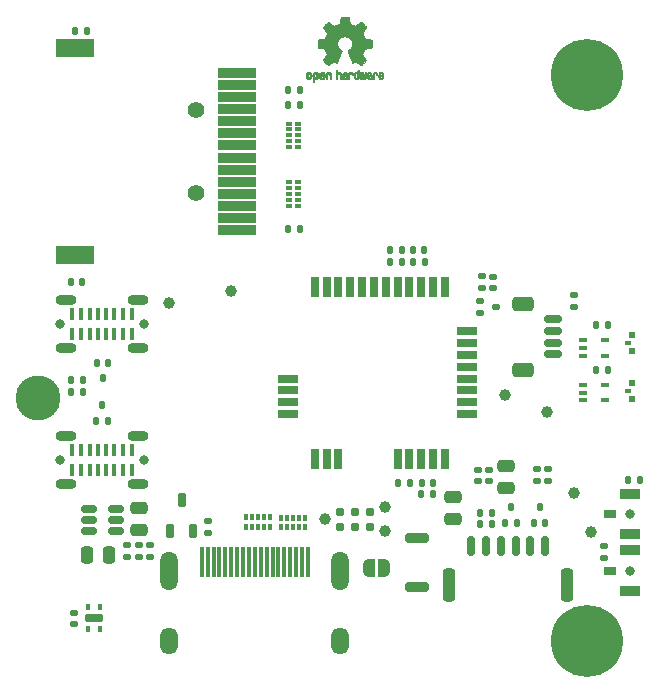
<source format=gbr>
%TF.GenerationSoftware,KiCad,Pcbnew,8.0.7*%
%TF.CreationDate,2024-12-17T15:38:31+01:00*%
%TF.ProjectId,CM5_MINIMA,434d355f-4d49-44e4-994d-412e6b696361,rev?*%
%TF.SameCoordinates,Original*%
%TF.FileFunction,Soldermask,Top*%
%TF.FilePolarity,Negative*%
%FSLAX46Y46*%
G04 Gerber Fmt 4.6, Leading zero omitted, Abs format (unit mm)*
G04 Created by KiCad (PCBNEW 8.0.7) date 2024-12-17 15:38:31*
%MOMM*%
%LPD*%
G01*
G04 APERTURE LIST*
G04 Aperture macros list*
%AMRoundRect*
0 Rectangle with rounded corners*
0 $1 Rounding radius*
0 $2 $3 $4 $5 $6 $7 $8 $9 X,Y pos of 4 corners*
0 Add a 4 corners polygon primitive as box body*
4,1,4,$2,$3,$4,$5,$6,$7,$8,$9,$2,$3,0*
0 Add four circle primitives for the rounded corners*
1,1,$1+$1,$2,$3*
1,1,$1+$1,$4,$5*
1,1,$1+$1,$6,$7*
1,1,$1+$1,$8,$9*
0 Add four rect primitives between the rounded corners*
20,1,$1+$1,$2,$3,$4,$5,0*
20,1,$1+$1,$4,$5,$6,$7,0*
20,1,$1+$1,$6,$7,$8,$9,0*
20,1,$1+$1,$8,$9,$2,$3,0*%
%AMFreePoly0*
4,1,19,0.500000,-0.750000,0.000000,-0.750000,0.000000,-0.744911,-0.071157,-0.744911,-0.207708,-0.704816,-0.327430,-0.627875,-0.420627,-0.520320,-0.479746,-0.390866,-0.500000,-0.250000,-0.500000,0.250000,-0.479746,0.390866,-0.420627,0.520320,-0.327430,0.627875,-0.207708,0.704816,-0.071157,0.744911,0.000000,0.744911,0.000000,0.750000,0.500000,0.750000,0.500000,-0.750000,0.500000,-0.750000,
$1*%
%AMFreePoly1*
4,1,19,0.000000,0.744911,0.071157,0.744911,0.207708,0.704816,0.327430,0.627875,0.420627,0.520320,0.479746,0.390866,0.500000,0.250000,0.500000,-0.250000,0.479746,-0.390866,0.420627,-0.520320,0.327430,-0.627875,0.207708,-0.704816,0.071157,-0.744911,0.000000,-0.744911,0.000000,-0.750000,-0.500000,-0.750000,-0.500000,0.750000,0.000000,0.750000,0.000000,0.744911,0.000000,0.744911,
$1*%
G04 Aperture macros list end*
%ADD10C,0.010000*%
%ADD11RoundRect,0.135000X0.185000X-0.135000X0.185000X0.135000X-0.185000X0.135000X-0.185000X-0.135000X0*%
%ADD12RoundRect,0.140000X-0.170000X0.140000X-0.170000X-0.140000X0.170000X-0.140000X0.170000X0.140000X0*%
%ADD13RoundRect,0.150000X0.150000X0.700000X-0.150000X0.700000X-0.150000X-0.700000X0.150000X-0.700000X0*%
%ADD14RoundRect,0.250000X0.250000X1.150000X-0.250000X1.150000X-0.250000X-1.150000X0.250000X-1.150000X0*%
%ADD15C,1.000000*%
%ADD16R,0.800000X1.800000*%
%ADD17R,1.800000X0.800000*%
%ADD18RoundRect,0.075000X0.075000X0.200000X-0.075000X0.200000X-0.075000X-0.200000X0.075000X-0.200000X0*%
%ADD19C,0.800000*%
%ADD20R,1.700000X0.900000*%
%ADD21R,1.100000X0.800000*%
%ADD22RoundRect,0.250000X-0.475000X0.250000X-0.475000X-0.250000X0.475000X-0.250000X0.475000X0.250000X0*%
%ADD23RoundRect,0.135000X0.135000X0.185000X-0.135000X0.185000X-0.135000X-0.185000X0.135000X-0.185000X0*%
%ADD24RoundRect,0.147500X0.172500X-0.147500X0.172500X0.147500X-0.172500X0.147500X-0.172500X-0.147500X0*%
%ADD25RoundRect,0.147500X0.147500X0.172500X-0.147500X0.172500X-0.147500X-0.172500X0.147500X-0.172500X0*%
%ADD26RoundRect,0.200000X0.800000X-0.200000X0.800000X0.200000X-0.800000X0.200000X-0.800000X-0.200000X0*%
%ADD27RoundRect,0.140000X0.170000X-0.140000X0.170000X0.140000X-0.170000X0.140000X-0.170000X-0.140000X0*%
%ADD28RoundRect,0.150000X0.512500X0.150000X-0.512500X0.150000X-0.512500X-0.150000X0.512500X-0.150000X0*%
%ADD29RoundRect,0.075000X0.200000X-0.075000X0.200000X0.075000X-0.200000X0.075000X-0.200000X-0.075000X0*%
%ADD30RoundRect,0.135000X-0.185000X0.135000X-0.185000X-0.135000X0.185000X-0.135000X0.185000X0.135000X0*%
%ADD31RoundRect,0.125000X0.125000X-0.175000X0.125000X0.175000X-0.125000X0.175000X-0.125000X-0.175000X0*%
%ADD32RoundRect,0.135000X-0.135000X-0.185000X0.135000X-0.185000X0.135000X0.185000X-0.135000X0.185000X0*%
%ADD33RoundRect,0.125000X-0.175000X-0.125000X0.175000X-0.125000X0.175000X0.125000X-0.175000X0.125000X0*%
%ADD34RoundRect,0.250000X0.475000X-0.250000X0.475000X0.250000X-0.475000X0.250000X-0.475000X-0.250000X0*%
%ADD35C,2.600000*%
%ADD36C,3.800000*%
%ADD37C,0.990600*%
%ADD38C,0.787400*%
%ADD39RoundRect,0.150000X0.625000X-0.150000X0.625000X0.150000X-0.625000X0.150000X-0.625000X-0.150000X0*%
%ADD40RoundRect,0.250000X0.650000X-0.350000X0.650000X0.350000X-0.650000X0.350000X-0.650000X-0.350000X0*%
%ADD41RoundRect,0.250000X-0.250000X-0.475000X0.250000X-0.475000X0.250000X0.475000X-0.250000X0.475000X0*%
%ADD42RoundRect,0.100000X-0.225000X-0.100000X0.225000X-0.100000X0.225000X0.100000X-0.225000X0.100000X0*%
%ADD43RoundRect,0.140000X-0.140000X-0.170000X0.140000X-0.170000X0.140000X0.170000X-0.140000X0.170000X0*%
%ADD44FreePoly0,0.000000*%
%ADD45FreePoly1,0.000000*%
%ADD46RoundRect,0.087500X0.087500X-0.187500X0.087500X0.187500X-0.087500X0.187500X-0.087500X-0.187500X0*%
%ADD47RoundRect,0.175000X0.625000X-0.175000X0.625000X0.175000X-0.625000X0.175000X-0.625000X-0.175000X0*%
%ADD48O,1.800000X0.860000*%
%ADD49R,0.400000X1.100000*%
%ADD50C,1.400000*%
%ADD51RoundRect,0.102000X1.500000X-0.355000X1.500000X0.355000X-1.500000X0.355000X-1.500000X-0.355000X0*%
%ADD52RoundRect,0.102000X1.500000X-0.700000X1.500000X0.700000X-1.500000X0.700000X-1.500000X-0.700000X0*%
%ADD53R,0.300000X2.600000*%
%ADD54O,1.500000X3.300000*%
%ADD55O,1.500000X2.300000*%
%ADD56RoundRect,0.125000X-0.125000X0.175000X-0.125000X-0.175000X0.125000X-0.175000X0.125000X0.175000X0*%
%ADD57RoundRect,0.140000X0.140000X0.170000X-0.140000X0.170000X-0.140000X-0.170000X0.140000X-0.170000X0*%
%ADD58R,0.600000X0.600000*%
%ADD59R,0.500000X0.400000*%
%ADD60RoundRect,0.162500X0.162500X-0.447500X0.162500X0.447500X-0.162500X0.447500X-0.162500X-0.447500X0*%
%ADD61C,6.100000*%
G04 APERTURE END LIST*
D10*
%TO.C,REF\u002A\u002A*%
X31053440Y51690748D02*
X31070788Y51683166D01*
X31112196Y51650372D01*
X31147605Y51602953D01*
X31169504Y51552349D01*
X31173069Y51527402D01*
X31161119Y51492573D01*
X31134907Y51474143D01*
X31106804Y51462984D01*
X31093935Y51460928D01*
X31087669Y51475851D01*
X31075296Y51508325D01*
X31069868Y51522998D01*
X31039430Y51573756D01*
X30995360Y51599073D01*
X30938850Y51598294D01*
X30934665Y51597297D01*
X30904495Y51582993D01*
X30882316Y51555107D01*
X30867167Y51510213D01*
X30858090Y51444885D01*
X30854126Y51355696D01*
X30853754Y51308239D01*
X30853570Y51233429D01*
X30852362Y51182431D01*
X30849149Y51150029D01*
X30842949Y51131005D01*
X30832780Y51120144D01*
X30817659Y51112228D01*
X30816786Y51111830D01*
X30787668Y51099519D01*
X30773243Y51094986D01*
X30771026Y51108691D01*
X30769129Y51146575D01*
X30767687Y51203785D01*
X30766838Y51275473D01*
X30766669Y51327935D01*
X30767532Y51429453D01*
X30770910Y51506468D01*
X30777982Y51563477D01*
X30789928Y51604974D01*
X30807930Y51635457D01*
X30833167Y51659420D01*
X30858087Y51676145D01*
X30918011Y51698403D01*
X30987751Y51703424D01*
X31053440Y51690748D01*
G36*
X31053440Y51690748D02*
G01*
X31070788Y51683166D01*
X31112196Y51650372D01*
X31147605Y51602953D01*
X31169504Y51552349D01*
X31173069Y51527402D01*
X31161119Y51492573D01*
X31134907Y51474143D01*
X31106804Y51462984D01*
X31093935Y51460928D01*
X31087669Y51475851D01*
X31075296Y51508325D01*
X31069868Y51522998D01*
X31039430Y51573756D01*
X30995360Y51599073D01*
X30938850Y51598294D01*
X30934665Y51597297D01*
X30904495Y51582993D01*
X30882316Y51555107D01*
X30867167Y51510213D01*
X30858090Y51444885D01*
X30854126Y51355696D01*
X30853754Y51308239D01*
X30853570Y51233429D01*
X30852362Y51182431D01*
X30849149Y51150029D01*
X30842949Y51131005D01*
X30832780Y51120144D01*
X30817659Y51112228D01*
X30816786Y51111830D01*
X30787668Y51099519D01*
X30773243Y51094986D01*
X30771026Y51108691D01*
X30769129Y51146575D01*
X30767687Y51203785D01*
X30766838Y51275473D01*
X30766669Y51327935D01*
X30767532Y51429453D01*
X30770910Y51506468D01*
X30777982Y51563477D01*
X30789928Y51604974D01*
X30807930Y51635457D01*
X30833167Y51659420D01*
X30858087Y51676145D01*
X30918011Y51698403D01*
X30987751Y51703424D01*
X31053440Y51690748D01*
G37*
X27116933Y51721720D02*
X27163512Y51694777D01*
X27195897Y51668034D01*
X27219582Y51640016D01*
X27235899Y51605752D01*
X27246179Y51560273D01*
X27251754Y51498608D01*
X27253956Y51415789D01*
X27254211Y51356254D01*
X27254211Y51137109D01*
X27192526Y51109456D01*
X27130840Y51081803D01*
X27123583Y51321830D01*
X27120584Y51411472D01*
X27117438Y51476538D01*
X27113541Y51521474D01*
X27108287Y51550730D01*
X27101071Y51568752D01*
X27091290Y51579989D01*
X27088152Y51582421D01*
X27040601Y51601417D01*
X26992537Y51593900D01*
X26963926Y51573957D01*
X26952287Y51559825D01*
X26944231Y51541280D01*
X26939111Y51513166D01*
X26936281Y51470327D01*
X26935096Y51407605D01*
X26934897Y51342239D01*
X26934858Y51260232D01*
X26933454Y51202184D01*
X26928754Y51163035D01*
X26918827Y51137720D01*
X26901743Y51121177D01*
X26875572Y51108344D01*
X26840615Y51095009D01*
X26802436Y51080493D01*
X26806981Y51338111D01*
X26808811Y51430981D01*
X26810952Y51499611D01*
X26814021Y51548789D01*
X26818634Y51583302D01*
X26825408Y51607938D01*
X26834959Y51627484D01*
X26846474Y51644730D01*
X26902030Y51699820D01*
X26969820Y51731678D01*
X27043553Y51739309D01*
X27116933Y51721720D01*
G36*
X27116933Y51721720D02*
G01*
X27163512Y51694777D01*
X27195897Y51668034D01*
X27219582Y51640016D01*
X27235899Y51605752D01*
X27246179Y51560273D01*
X27251754Y51498608D01*
X27253956Y51415789D01*
X27254211Y51356254D01*
X27254211Y51137109D01*
X27192526Y51109456D01*
X27130840Y51081803D01*
X27123583Y51321830D01*
X27120584Y51411472D01*
X27117438Y51476538D01*
X27113541Y51521474D01*
X27108287Y51550730D01*
X27101071Y51568752D01*
X27091290Y51579989D01*
X27088152Y51582421D01*
X27040601Y51601417D01*
X26992537Y51593900D01*
X26963926Y51573957D01*
X26952287Y51559825D01*
X26944231Y51541280D01*
X26939111Y51513166D01*
X26936281Y51470327D01*
X26935096Y51407605D01*
X26934897Y51342239D01*
X26934858Y51260232D01*
X26933454Y51202184D01*
X26928754Y51163035D01*
X26918827Y51137720D01*
X26901743Y51121177D01*
X26875572Y51108344D01*
X26840615Y51095009D01*
X26802436Y51080493D01*
X26806981Y51338111D01*
X26808811Y51430981D01*
X26810952Y51499611D01*
X26814021Y51548789D01*
X26818634Y51583302D01*
X26825408Y51607938D01*
X26834959Y51627484D01*
X26846474Y51644730D01*
X26902030Y51699820D01*
X26969820Y51731678D01*
X27043553Y51739309D01*
X27116933Y51721720D01*
G37*
X28930766Y51699745D02*
X28996698Y51675416D01*
X29050113Y51632383D01*
X29071004Y51602091D01*
X29093779Y51546506D01*
X29093306Y51506314D01*
X29069402Y51479283D01*
X29060557Y51474687D01*
X29022370Y51460356D01*
X29002868Y51464028D01*
X28996262Y51488093D01*
X28995926Y51501386D01*
X28983832Y51550290D01*
X28952311Y51584501D01*
X28908499Y51601024D01*
X28859535Y51596866D01*
X28819734Y51575273D01*
X28806290Y51562956D01*
X28796761Y51548013D01*
X28790325Y51525425D01*
X28786157Y51490172D01*
X28783437Y51437234D01*
X28781342Y51361593D01*
X28780800Y51337643D01*
X28778821Y51255710D01*
X28776571Y51198045D01*
X28773197Y51159892D01*
X28767846Y51136496D01*
X28759664Y51123102D01*
X28747799Y51114955D01*
X28740202Y51111356D01*
X28707942Y51099048D01*
X28688951Y51094986D01*
X28682676Y51108552D01*
X28678846Y51149566D01*
X28677440Y51218501D01*
X28678438Y51315831D01*
X28678748Y51330843D01*
X28680941Y51419641D01*
X28683533Y51484481D01*
X28687222Y51530433D01*
X28692704Y51562565D01*
X28700675Y51585947D01*
X28711833Y51605648D01*
X28717670Y51614090D01*
X28751136Y51651443D01*
X28788567Y51680497D01*
X28793149Y51683033D01*
X28860266Y51703057D01*
X28930766Y51699745D01*
G36*
X28930766Y51699745D02*
G01*
X28996698Y51675416D01*
X29050113Y51632383D01*
X29071004Y51602091D01*
X29093779Y51546506D01*
X29093306Y51506314D01*
X29069402Y51479283D01*
X29060557Y51474687D01*
X29022370Y51460356D01*
X29002868Y51464028D01*
X28996262Y51488093D01*
X28995926Y51501386D01*
X28983832Y51550290D01*
X28952311Y51584501D01*
X28908499Y51601024D01*
X28859535Y51596866D01*
X28819734Y51575273D01*
X28806290Y51562956D01*
X28796761Y51548013D01*
X28790325Y51525425D01*
X28786157Y51490172D01*
X28783437Y51437234D01*
X28781342Y51361593D01*
X28780800Y51337643D01*
X28778821Y51255710D01*
X28776571Y51198045D01*
X28773197Y51159892D01*
X28767846Y51136496D01*
X28759664Y51123102D01*
X28747799Y51114955D01*
X28740202Y51111356D01*
X28707942Y51099048D01*
X28688951Y51094986D01*
X28682676Y51108552D01*
X28678846Y51149566D01*
X28677440Y51218501D01*
X28678438Y51315831D01*
X28678748Y51330843D01*
X28680941Y51419641D01*
X28683533Y51484481D01*
X28687222Y51530433D01*
X28692704Y51562565D01*
X28700675Y51585947D01*
X28711833Y51605648D01*
X28717670Y51614090D01*
X28751136Y51651443D01*
X28788567Y51680497D01*
X28793149Y51683033D01*
X28860266Y51703057D01*
X28930766Y51699745D01*
G37*
X27776726Y51798211D02*
X27780979Y51738887D01*
X27785865Y51703928D01*
X27792635Y51688680D01*
X27802542Y51688485D01*
X27805754Y51690305D01*
X27848484Y51703485D01*
X27904067Y51702715D01*
X27960577Y51689167D01*
X27995922Y51671639D01*
X28032161Y51643639D01*
X28058653Y51611951D01*
X28076839Y51571687D01*
X28088162Y51517957D01*
X28094062Y51445874D01*
X28095983Y51350549D01*
X28096017Y51332263D01*
X28096040Y51126854D01*
X28050331Y51110920D01*
X28017867Y51100080D01*
X28000055Y51095032D01*
X27999531Y51094986D01*
X27997777Y51108672D01*
X27996284Y51146424D01*
X27995166Y51203276D01*
X27994537Y51274266D01*
X27994440Y51317427D01*
X27994238Y51402527D01*
X27993198Y51463519D01*
X27990671Y51505323D01*
X27986004Y51532858D01*
X27978547Y51551044D01*
X27967651Y51564802D01*
X27960847Y51571427D01*
X27914112Y51598125D01*
X27863112Y51600125D01*
X27816841Y51577545D01*
X27808284Y51569393D01*
X27795733Y51554064D01*
X27787028Y51535882D01*
X27781471Y51509591D01*
X27778366Y51469938D01*
X27777016Y51411668D01*
X27776726Y51331327D01*
X27776726Y51126854D01*
X27731017Y51110920D01*
X27698553Y51100080D01*
X27680741Y51095032D01*
X27680217Y51094986D01*
X27678877Y51108877D01*
X27677668Y51148061D01*
X27676641Y51208800D01*
X27675842Y51287359D01*
X27675321Y51380002D01*
X27675126Y51482991D01*
X27675126Y51880158D01*
X27722297Y51900056D01*
X27769469Y51919953D01*
X27776726Y51798211D01*
G36*
X27776726Y51798211D02*
G01*
X27780979Y51738887D01*
X27785865Y51703928D01*
X27792635Y51688680D01*
X27802542Y51688485D01*
X27805754Y51690305D01*
X27848484Y51703485D01*
X27904067Y51702715D01*
X27960577Y51689167D01*
X27995922Y51671639D01*
X28032161Y51643639D01*
X28058653Y51611951D01*
X28076839Y51571687D01*
X28088162Y51517957D01*
X28094062Y51445874D01*
X28095983Y51350549D01*
X28096017Y51332263D01*
X28096040Y51126854D01*
X28050331Y51110920D01*
X28017867Y51100080D01*
X28000055Y51095032D01*
X27999531Y51094986D01*
X27997777Y51108672D01*
X27996284Y51146424D01*
X27995166Y51203276D01*
X27994537Y51274266D01*
X27994440Y51317427D01*
X27994238Y51402527D01*
X27993198Y51463519D01*
X27990671Y51505323D01*
X27986004Y51532858D01*
X27978547Y51551044D01*
X27967651Y51564802D01*
X27960847Y51571427D01*
X27914112Y51598125D01*
X27863112Y51600125D01*
X27816841Y51577545D01*
X27808284Y51569393D01*
X27795733Y51554064D01*
X27787028Y51535882D01*
X27781471Y51509591D01*
X27778366Y51469938D01*
X27777016Y51411668D01*
X27776726Y51331327D01*
X27776726Y51126854D01*
X27731017Y51110920D01*
X27698553Y51100080D01*
X27680741Y51095032D01*
X27680217Y51094986D01*
X27678877Y51108877D01*
X27677668Y51148061D01*
X27676641Y51208800D01*
X27675842Y51287359D01*
X27675321Y51380002D01*
X27675126Y51482991D01*
X27675126Y51880158D01*
X27722297Y51900056D01*
X27769469Y51919953D01*
X27776726Y51798211D01*
G37*
X30180673Y51690837D02*
X30182888Y51652650D01*
X30184624Y51594614D01*
X30185739Y51521320D01*
X30186097Y51444445D01*
X30186097Y51184304D01*
X30140166Y51138373D01*
X30108515Y51110071D01*
X30080730Y51098607D01*
X30042755Y51099332D01*
X30027680Y51101179D01*
X29980566Y51106552D01*
X29941596Y51109631D01*
X29932097Y51109915D01*
X29900073Y51108055D01*
X29854272Y51103386D01*
X29836514Y51101179D01*
X29792897Y51097765D01*
X29763585Y51105180D01*
X29734520Y51128073D01*
X29724028Y51138373D01*
X29678097Y51184304D01*
X29678097Y51670898D01*
X29715066Y51687742D01*
X29746899Y51700218D01*
X29765523Y51704586D01*
X29770298Y51690782D01*
X29774761Y51652214D01*
X29778615Y51593144D01*
X29781562Y51517837D01*
X29782983Y51454214D01*
X29786954Y51203843D01*
X29821599Y51198944D01*
X29853108Y51202369D01*
X29868548Y51213459D01*
X29872863Y51234192D01*
X29876548Y51278355D01*
X29879309Y51340354D01*
X29880852Y51414591D01*
X29881075Y51452794D01*
X29881297Y51672717D01*
X29927006Y51688651D01*
X29959358Y51699485D01*
X29976955Y51704538D01*
X29977463Y51704586D01*
X29979228Y51690852D01*
X29981169Y51652770D01*
X29983122Y51595018D01*
X29984924Y51522273D01*
X29986183Y51454214D01*
X29990154Y51203843D01*
X30077240Y51203843D01*
X30081236Y51432260D01*
X30085232Y51660678D01*
X30127687Y51682632D01*
X30159032Y51697707D01*
X30177584Y51704549D01*
X30178119Y51704586D01*
X30180673Y51690837D01*
G36*
X30180673Y51690837D02*
G01*
X30182888Y51652650D01*
X30184624Y51594614D01*
X30185739Y51521320D01*
X30186097Y51444445D01*
X30186097Y51184304D01*
X30140166Y51138373D01*
X30108515Y51110071D01*
X30080730Y51098607D01*
X30042755Y51099332D01*
X30027680Y51101179D01*
X29980566Y51106552D01*
X29941596Y51109631D01*
X29932097Y51109915D01*
X29900073Y51108055D01*
X29854272Y51103386D01*
X29836514Y51101179D01*
X29792897Y51097765D01*
X29763585Y51105180D01*
X29734520Y51128073D01*
X29724028Y51138373D01*
X29678097Y51184304D01*
X29678097Y51670898D01*
X29715066Y51687742D01*
X29746899Y51700218D01*
X29765523Y51704586D01*
X29770298Y51690782D01*
X29774761Y51652214D01*
X29778615Y51593144D01*
X29781562Y51517837D01*
X29782983Y51454214D01*
X29786954Y51203843D01*
X29821599Y51198944D01*
X29853108Y51202369D01*
X29868548Y51213459D01*
X29872863Y51234192D01*
X29876548Y51278355D01*
X29879309Y51340354D01*
X29880852Y51414591D01*
X29881075Y51452794D01*
X29881297Y51672717D01*
X29927006Y51688651D01*
X29959358Y51699485D01*
X29976955Y51704538D01*
X29977463Y51704586D01*
X29979228Y51690852D01*
X29981169Y51652770D01*
X29983122Y51595018D01*
X29984924Y51522273D01*
X29986183Y51454214D01*
X29990154Y51203843D01*
X30077240Y51203843D01*
X30081236Y51432260D01*
X30085232Y51660678D01*
X30127687Y51682632D01*
X30159032Y51697707D01*
X30177584Y51704549D01*
X30178119Y51704586D01*
X30180673Y51690837D01*
G37*
X25441955Y51727538D02*
X25509985Y51691767D01*
X25560191Y51634199D01*
X25578025Y51597188D01*
X25591903Y51541618D01*
X25599007Y51471404D01*
X25599680Y51394773D01*
X25594267Y51319948D01*
X25583110Y51255158D01*
X25566554Y51208627D01*
X25561466Y51200613D01*
X25501195Y51140793D01*
X25429609Y51104965D01*
X25351932Y51094480D01*
X25273388Y51110690D01*
X25251529Y51120408D01*
X25208962Y51150357D01*
X25171603Y51190067D01*
X25168072Y51195103D01*
X25153721Y51219376D01*
X25144234Y51245322D01*
X25138630Y51279478D01*
X25135926Y51328381D01*
X25135139Y51398565D01*
X25135126Y51414300D01*
X25135162Y51419308D01*
X25280269Y51419308D01*
X25281113Y51353070D01*
X25284436Y51309114D01*
X25291423Y51280721D01*
X25303256Y51261175D01*
X25309297Y51254643D01*
X25344026Y51229820D01*
X25377743Y51230952D01*
X25411835Y51252484D01*
X25432169Y51275471D01*
X25444211Y51309022D01*
X25450974Y51361931D01*
X25451438Y51368101D01*
X25452592Y51463987D01*
X25440528Y51535201D01*
X25415410Y51581306D01*
X25377400Y51601865D01*
X25363832Y51602986D01*
X25328204Y51597348D01*
X25303834Y51577814D01*
X25288933Y51540458D01*
X25281715Y51481350D01*
X25280269Y51419308D01*
X25135162Y51419308D01*
X25135666Y51489087D01*
X25137936Y51541341D01*
X25142908Y51577551D01*
X25151553Y51604201D01*
X25164845Y51627778D01*
X25167783Y51632162D01*
X25217153Y51691251D01*
X25270949Y51725553D01*
X25336442Y51739169D01*
X25358682Y51739835D01*
X25441955Y51727538D01*
G36*
X25441955Y51727538D02*
G01*
X25509985Y51691767D01*
X25560191Y51634199D01*
X25578025Y51597188D01*
X25591903Y51541618D01*
X25599007Y51471404D01*
X25599680Y51394773D01*
X25594267Y51319948D01*
X25583110Y51255158D01*
X25566554Y51208627D01*
X25561466Y51200613D01*
X25501195Y51140793D01*
X25429609Y51104965D01*
X25351932Y51094480D01*
X25273388Y51110690D01*
X25251529Y51120408D01*
X25208962Y51150357D01*
X25171603Y51190067D01*
X25168072Y51195103D01*
X25153721Y51219376D01*
X25144234Y51245322D01*
X25138630Y51279478D01*
X25135926Y51328381D01*
X25135139Y51398565D01*
X25135126Y51414300D01*
X25135162Y51419308D01*
X25280269Y51419308D01*
X25281113Y51353070D01*
X25284436Y51309114D01*
X25291423Y51280721D01*
X25303256Y51261175D01*
X25309297Y51254643D01*
X25344026Y51229820D01*
X25377743Y51230952D01*
X25411835Y51252484D01*
X25432169Y51275471D01*
X25444211Y51309022D01*
X25450974Y51361931D01*
X25451438Y51368101D01*
X25452592Y51463987D01*
X25440528Y51535201D01*
X25415410Y51581306D01*
X25377400Y51601865D01*
X25363832Y51602986D01*
X25328204Y51597348D01*
X25303834Y51577814D01*
X25288933Y51540458D01*
X25281715Y51481350D01*
X25280269Y51419308D01*
X25135162Y51419308D01*
X25135666Y51489087D01*
X25137936Y51541341D01*
X25142908Y51577551D01*
X25151553Y51604201D01*
X25164845Y51627778D01*
X25167783Y51632162D01*
X25217153Y51691251D01*
X25270949Y51725553D01*
X25336442Y51739169D01*
X25358682Y51739835D01*
X25441955Y51727538D01*
G37*
X31554435Y51682534D02*
X31611861Y51645003D01*
X31639559Y51611404D01*
X31661502Y51550436D01*
X31663245Y51502192D01*
X31659297Y51437684D01*
X31510526Y51372566D01*
X31438189Y51339298D01*
X31390924Y51312536D01*
X31366347Y51289356D01*
X31362077Y51266833D01*
X31375729Y51242045D01*
X31390783Y51225614D01*
X31434586Y51199265D01*
X31482229Y51197419D01*
X31525985Y51217954D01*
X31558129Y51258748D01*
X31563878Y51273153D01*
X31591416Y51318144D01*
X31623098Y51337318D01*
X31666554Y51353721D01*
X31666554Y51291534D01*
X31662712Y51249217D01*
X31647663Y51213531D01*
X31616120Y51172557D01*
X31611432Y51167233D01*
X31576346Y51130780D01*
X31546187Y51111217D01*
X31508455Y51102217D01*
X31477175Y51099270D01*
X31421225Y51098535D01*
X31381395Y51107840D01*
X31356548Y51121654D01*
X31317496Y51152033D01*
X31290465Y51184887D01*
X31273357Y51226206D01*
X31264078Y51281979D01*
X31260533Y51358195D01*
X31260250Y51396878D01*
X31261212Y51443253D01*
X31348847Y51443253D01*
X31349863Y51418374D01*
X31352396Y51414300D01*
X31369114Y51419835D01*
X31405089Y51434483D01*
X31453171Y51455310D01*
X31463226Y51459786D01*
X31523992Y51490686D01*
X31557472Y51517843D01*
X31564830Y51543280D01*
X31547231Y51569019D01*
X31532696Y51580391D01*
X31480250Y51603136D01*
X31431162Y51599378D01*
X31390067Y51571616D01*
X31361598Y51522348D01*
X31352471Y51483243D01*
X31348847Y51443253D01*
X31261212Y51443253D01*
X31262125Y51487251D01*
X31269036Y51554116D01*
X31282724Y51602805D01*
X31304936Y51638651D01*
X31337414Y51666987D01*
X31351573Y51676145D01*
X31415893Y51699993D01*
X31486313Y51701494D01*
X31554435Y51682534D01*
G36*
X31554435Y51682534D02*
G01*
X31611861Y51645003D01*
X31639559Y51611404D01*
X31661502Y51550436D01*
X31663245Y51502192D01*
X31659297Y51437684D01*
X31510526Y51372566D01*
X31438189Y51339298D01*
X31390924Y51312536D01*
X31366347Y51289356D01*
X31362077Y51266833D01*
X31375729Y51242045D01*
X31390783Y51225614D01*
X31434586Y51199265D01*
X31482229Y51197419D01*
X31525985Y51217954D01*
X31558129Y51258748D01*
X31563878Y51273153D01*
X31591416Y51318144D01*
X31623098Y51337318D01*
X31666554Y51353721D01*
X31666554Y51291534D01*
X31662712Y51249217D01*
X31647663Y51213531D01*
X31616120Y51172557D01*
X31611432Y51167233D01*
X31576346Y51130780D01*
X31546187Y51111217D01*
X31508455Y51102217D01*
X31477175Y51099270D01*
X31421225Y51098535D01*
X31381395Y51107840D01*
X31356548Y51121654D01*
X31317496Y51152033D01*
X31290465Y51184887D01*
X31273357Y51226206D01*
X31264078Y51281979D01*
X31260533Y51358195D01*
X31260250Y51396878D01*
X31261212Y51443253D01*
X31348847Y51443253D01*
X31349863Y51418374D01*
X31352396Y51414300D01*
X31369114Y51419835D01*
X31405089Y51434483D01*
X31453171Y51455310D01*
X31463226Y51459786D01*
X31523992Y51490686D01*
X31557472Y51517843D01*
X31564830Y51543280D01*
X31547231Y51569019D01*
X31532696Y51580391D01*
X31480250Y51603136D01*
X31431162Y51599378D01*
X31390067Y51571616D01*
X31361598Y51522348D01*
X31352471Y51483243D01*
X31348847Y51443253D01*
X31261212Y51443253D01*
X31262125Y51487251D01*
X31269036Y51554116D01*
X31282724Y51602805D01*
X31304936Y51638651D01*
X31337414Y51666987D01*
X31351573Y51676145D01*
X31415893Y51699993D01*
X31486313Y51701494D01*
X31554435Y51682534D01*
G37*
X29590957Y51584142D02*
X29590773Y51475663D01*
X29590059Y51392213D01*
X29588515Y51329796D01*
X29585841Y51284415D01*
X29581734Y51252071D01*
X29575895Y51228767D01*
X29568022Y51210505D01*
X29562061Y51200082D01*
X29512695Y51143555D01*
X29450104Y51108123D01*
X29380853Y51095410D01*
X29311508Y51107037D01*
X29270215Y51127932D01*
X29226865Y51164078D01*
X29197321Y51208224D01*
X29179495Y51266038D01*
X29171303Y51343187D01*
X29170142Y51399786D01*
X29170298Y51403853D01*
X29271697Y51403853D01*
X29272316Y51338950D01*
X29275154Y51295986D01*
X29281680Y51267878D01*
X29293363Y51247547D01*
X29307323Y51232212D01*
X29354205Y51202610D01*
X29404541Y51200081D01*
X29452116Y51224795D01*
X29455819Y51228144D01*
X29471623Y51245565D01*
X29481533Y51266291D01*
X29486898Y51297138D01*
X29489068Y51344923D01*
X29489411Y51397752D01*
X29488667Y51464119D01*
X29485588Y51508394D01*
X29478901Y51537491D01*
X29467336Y51558327D01*
X29457853Y51569393D01*
X29413800Y51597302D01*
X29363064Y51600657D01*
X29314636Y51579341D01*
X29305290Y51571427D01*
X29289380Y51553853D01*
X29279450Y51532913D01*
X29274118Y51501718D01*
X29272003Y51453378D01*
X29271697Y51403853D01*
X29170298Y51403853D01*
X29173650Y51490932D01*
X29185566Y51559414D01*
X29207975Y51610900D01*
X29242964Y51651057D01*
X29270215Y51671639D01*
X29319747Y51693875D01*
X29377156Y51704196D01*
X29430522Y51701433D01*
X29460383Y51690288D01*
X29472101Y51687117D01*
X29479877Y51698943D01*
X29485305Y51730634D01*
X29489411Y51778907D01*
X29493907Y51832671D01*
X29500153Y51865018D01*
X29511516Y51883515D01*
X29531368Y51895730D01*
X29543840Y51901138D01*
X29591011Y51920899D01*
X29590957Y51584142D01*
G36*
X29590957Y51584142D02*
G01*
X29590773Y51475663D01*
X29590059Y51392213D01*
X29588515Y51329796D01*
X29585841Y51284415D01*
X29581734Y51252071D01*
X29575895Y51228767D01*
X29568022Y51210505D01*
X29562061Y51200082D01*
X29512695Y51143555D01*
X29450104Y51108123D01*
X29380853Y51095410D01*
X29311508Y51107037D01*
X29270215Y51127932D01*
X29226865Y51164078D01*
X29197321Y51208224D01*
X29179495Y51266038D01*
X29171303Y51343187D01*
X29170142Y51399786D01*
X29170298Y51403853D01*
X29271697Y51403853D01*
X29272316Y51338950D01*
X29275154Y51295986D01*
X29281680Y51267878D01*
X29293363Y51247547D01*
X29307323Y51232212D01*
X29354205Y51202610D01*
X29404541Y51200081D01*
X29452116Y51224795D01*
X29455819Y51228144D01*
X29471623Y51245565D01*
X29481533Y51266291D01*
X29486898Y51297138D01*
X29489068Y51344923D01*
X29489411Y51397752D01*
X29488667Y51464119D01*
X29485588Y51508394D01*
X29478901Y51537491D01*
X29467336Y51558327D01*
X29457853Y51569393D01*
X29413800Y51597302D01*
X29363064Y51600657D01*
X29314636Y51579341D01*
X29305290Y51571427D01*
X29289380Y51553853D01*
X29279450Y51532913D01*
X29274118Y51501718D01*
X29272003Y51453378D01*
X29271697Y51403853D01*
X29170298Y51403853D01*
X29173650Y51490932D01*
X29185566Y51559414D01*
X29207975Y51610900D01*
X29242964Y51651057D01*
X29270215Y51671639D01*
X29319747Y51693875D01*
X29377156Y51704196D01*
X29430522Y51701433D01*
X29460383Y51690288D01*
X29472101Y51687117D01*
X29479877Y51698943D01*
X29485305Y51730634D01*
X29489411Y51778907D01*
X29493907Y51832671D01*
X29500153Y51865018D01*
X29511516Y51883515D01*
X29531368Y51895730D01*
X29543840Y51901138D01*
X29591011Y51920899D01*
X29590957Y51584142D01*
G37*
X26569143Y51718261D02*
X26626367Y51679765D01*
X26670589Y51624165D01*
X26697007Y51553414D01*
X26702350Y51501338D01*
X26701743Y51479607D01*
X26696662Y51462969D01*
X26682695Y51448063D01*
X26655429Y51431527D01*
X26610452Y51410002D01*
X26543351Y51380126D01*
X26543011Y51379976D01*
X26481247Y51351687D01*
X26430599Y51326567D01*
X26396244Y51307321D01*
X26383358Y51296652D01*
X26383354Y51296566D01*
X26394712Y51273334D01*
X26421271Y51247726D01*
X26451763Y51229279D01*
X26467210Y51225614D01*
X26509355Y51238288D01*
X26545648Y51270029D01*
X26563357Y51304928D01*
X26580392Y51330655D01*
X26613762Y51359954D01*
X26652989Y51385265D01*
X26687596Y51399029D01*
X26694833Y51399786D01*
X26702979Y51387340D01*
X26703470Y51355528D01*
X26697483Y51312634D01*
X26686197Y51266942D01*
X26670790Y51226739D01*
X26670011Y51225178D01*
X26623644Y51160438D01*
X26563551Y51116403D01*
X26495305Y51094789D01*
X26424478Y51097315D01*
X26356644Y51125696D01*
X26353628Y51127692D01*
X26300267Y51176052D01*
X26265180Y51239148D01*
X26245762Y51322113D01*
X26243156Y51345422D01*
X26238541Y51455445D01*
X26244073Y51506752D01*
X26383354Y51506752D01*
X26385164Y51474747D01*
X26395062Y51465407D01*
X26419738Y51472395D01*
X26458635Y51488913D01*
X26502115Y51509619D01*
X26503196Y51510167D01*
X26540049Y51529551D01*
X26554840Y51542487D01*
X26551193Y51556049D01*
X26535835Y51573868D01*
X26496763Y51599655D01*
X26454686Y51601550D01*
X26416943Y51582783D01*
X26390874Y51546585D01*
X26383354Y51506752D01*
X26244073Y51506752D01*
X26248034Y51543473D01*
X26272390Y51613288D01*
X26306296Y51662198D01*
X26367493Y51711622D01*
X26434903Y51736141D01*
X26503720Y51737703D01*
X26569143Y51718261D01*
G36*
X26569143Y51718261D02*
G01*
X26626367Y51679765D01*
X26670589Y51624165D01*
X26697007Y51553414D01*
X26702350Y51501338D01*
X26701743Y51479607D01*
X26696662Y51462969D01*
X26682695Y51448063D01*
X26655429Y51431527D01*
X26610452Y51410002D01*
X26543351Y51380126D01*
X26543011Y51379976D01*
X26481247Y51351687D01*
X26430599Y51326567D01*
X26396244Y51307321D01*
X26383358Y51296652D01*
X26383354Y51296566D01*
X26394712Y51273334D01*
X26421271Y51247726D01*
X26451763Y51229279D01*
X26467210Y51225614D01*
X26509355Y51238288D01*
X26545648Y51270029D01*
X26563357Y51304928D01*
X26580392Y51330655D01*
X26613762Y51359954D01*
X26652989Y51385265D01*
X26687596Y51399029D01*
X26694833Y51399786D01*
X26702979Y51387340D01*
X26703470Y51355528D01*
X26697483Y51312634D01*
X26686197Y51266942D01*
X26670790Y51226739D01*
X26670011Y51225178D01*
X26623644Y51160438D01*
X26563551Y51116403D01*
X26495305Y51094789D01*
X26424478Y51097315D01*
X26356644Y51125696D01*
X26353628Y51127692D01*
X26300267Y51176052D01*
X26265180Y51239148D01*
X26245762Y51322113D01*
X26243156Y51345422D01*
X26238541Y51455445D01*
X26244073Y51506752D01*
X26383354Y51506752D01*
X26385164Y51474747D01*
X26395062Y51465407D01*
X26419738Y51472395D01*
X26458635Y51488913D01*
X26502115Y51509619D01*
X26503196Y51510167D01*
X26540049Y51529551D01*
X26554840Y51542487D01*
X26551193Y51556049D01*
X26535835Y51573868D01*
X26496763Y51599655D01*
X26454686Y51601550D01*
X26416943Y51582783D01*
X26390874Y51546585D01*
X26383354Y51506752D01*
X26244073Y51506752D01*
X26248034Y51543473D01*
X26272390Y51613288D01*
X26306296Y51662198D01*
X26367493Y51711622D01*
X26434903Y51736141D01*
X26503720Y51737703D01*
X26569143Y51718261D01*
G37*
X28440584Y51698532D02*
X28497456Y51677413D01*
X28498107Y51677007D01*
X28533280Y51651120D01*
X28559247Y51620867D01*
X28577510Y51581442D01*
X28589572Y51528038D01*
X28596936Y51455849D01*
X28601104Y51360068D01*
X28601469Y51346422D01*
X28606716Y51140658D01*
X28562556Y51117822D01*
X28530603Y51102390D01*
X28511310Y51095077D01*
X28510418Y51094986D01*
X28507079Y51108478D01*
X28504427Y51144874D01*
X28502796Y51198048D01*
X28502440Y51241107D01*
X28502432Y51310859D01*
X28499243Y51354663D01*
X28488128Y51375556D01*
X28464341Y51376575D01*
X28423136Y51360759D01*
X28360926Y51331685D01*
X28315181Y51307537D01*
X28291653Y51286587D01*
X28284736Y51263753D01*
X28284726Y51262623D01*
X28296139Y51223288D01*
X28329932Y51202038D01*
X28381649Y51198961D01*
X28418901Y51199494D01*
X28438543Y51188765D01*
X28450792Y51162995D01*
X28457842Y51130163D01*
X28447682Y51111534D01*
X28443857Y51108868D01*
X28407841Y51098160D01*
X28357406Y51096644D01*
X28305466Y51103741D01*
X28268662Y51116712D01*
X28217778Y51159915D01*
X28188854Y51220054D01*
X28183126Y51267038D01*
X28187497Y51309418D01*
X28203315Y51344012D01*
X28234637Y51374737D01*
X28285518Y51405510D01*
X28360016Y51440248D01*
X28364554Y51442212D01*
X28431661Y51473213D01*
X28473072Y51498638D01*
X28490821Y51521486D01*
X28486947Y51544755D01*
X28463483Y51571444D01*
X28456467Y51577586D01*
X28409470Y51601400D01*
X28360773Y51600397D01*
X28318362Y51577049D01*
X28290224Y51533825D01*
X28287609Y51525340D01*
X28262148Y51484192D01*
X28229841Y51464372D01*
X28183126Y51444730D01*
X28183126Y51495550D01*
X28197336Y51569418D01*
X28239515Y51637173D01*
X28261464Y51659839D01*
X28311357Y51688931D01*
X28374807Y51702100D01*
X28440584Y51698532D01*
G36*
X28440584Y51698532D02*
G01*
X28497456Y51677413D01*
X28498107Y51677007D01*
X28533280Y51651120D01*
X28559247Y51620867D01*
X28577510Y51581442D01*
X28589572Y51528038D01*
X28596936Y51455849D01*
X28601104Y51360068D01*
X28601469Y51346422D01*
X28606716Y51140658D01*
X28562556Y51117822D01*
X28530603Y51102390D01*
X28511310Y51095077D01*
X28510418Y51094986D01*
X28507079Y51108478D01*
X28504427Y51144874D01*
X28502796Y51198048D01*
X28502440Y51241107D01*
X28502432Y51310859D01*
X28499243Y51354663D01*
X28488128Y51375556D01*
X28464341Y51376575D01*
X28423136Y51360759D01*
X28360926Y51331685D01*
X28315181Y51307537D01*
X28291653Y51286587D01*
X28284736Y51263753D01*
X28284726Y51262623D01*
X28296139Y51223288D01*
X28329932Y51202038D01*
X28381649Y51198961D01*
X28418901Y51199494D01*
X28438543Y51188765D01*
X28450792Y51162995D01*
X28457842Y51130163D01*
X28447682Y51111534D01*
X28443857Y51108868D01*
X28407841Y51098160D01*
X28357406Y51096644D01*
X28305466Y51103741D01*
X28268662Y51116712D01*
X28217778Y51159915D01*
X28188854Y51220054D01*
X28183126Y51267038D01*
X28187497Y51309418D01*
X28203315Y51344012D01*
X28234637Y51374737D01*
X28285518Y51405510D01*
X28360016Y51440248D01*
X28364554Y51442212D01*
X28431661Y51473213D01*
X28473072Y51498638D01*
X28490821Y51521486D01*
X28486947Y51544755D01*
X28463483Y51571444D01*
X28456467Y51577586D01*
X28409470Y51601400D01*
X28360773Y51600397D01*
X28318362Y51577049D01*
X28290224Y51533825D01*
X28287609Y51525340D01*
X28262148Y51484192D01*
X28229841Y51464372D01*
X28183126Y51444730D01*
X28183126Y51495550D01*
X28197336Y51569418D01*
X28239515Y51637173D01*
X28261464Y51659839D01*
X28311357Y51688931D01*
X28374807Y51702100D01*
X28440584Y51698532D01*
G37*
X26000584Y51729582D02*
X26056041Y51701932D01*
X26104988Y51651020D01*
X26118469Y51632162D01*
X26133154Y51607485D01*
X26142682Y51580684D01*
X26148133Y51544913D01*
X26150587Y51493331D01*
X26151126Y51425233D01*
X26148692Y51331912D01*
X26140234Y51261843D01*
X26124014Y51209569D01*
X26098294Y51169631D01*
X26061337Y51136571D01*
X26058622Y51134614D01*
X26022200Y51114592D01*
X25978342Y51104685D01*
X25922564Y51102243D01*
X25831888Y51102243D01*
X25831850Y51014217D01*
X25831006Y50965192D01*
X25825864Y50936435D01*
X25812427Y50919189D01*
X25786698Y50904692D01*
X25780519Y50901731D01*
X25751604Y50887852D01*
X25729216Y50879086D01*
X25712569Y50878329D01*
X25700876Y50888477D01*
X25693350Y50912427D01*
X25689206Y50953074D01*
X25687655Y51013314D01*
X25687911Y51096045D01*
X25689189Y51204161D01*
X25689588Y51236500D01*
X25691025Y51347976D01*
X25692312Y51420897D01*
X25831811Y51420897D01*
X25832595Y51359001D01*
X25836080Y51318503D01*
X25843964Y51291792D01*
X25857945Y51271256D01*
X25867437Y51261240D01*
X25906244Y51231933D01*
X25940603Y51229548D01*
X25976056Y51253750D01*
X25976954Y51254643D01*
X25991379Y51273347D01*
X26000153Y51298768D01*
X26004579Y51337916D01*
X26005958Y51397803D01*
X26005983Y51411070D01*
X26002652Y51493599D01*
X25991809Y51550809D01*
X25972180Y51585734D01*
X25942490Y51601406D01*
X25925331Y51602986D01*
X25884606Y51595574D01*
X25856672Y51571170D01*
X25839857Y51526520D01*
X25832490Y51458370D01*
X25831811Y51420897D01*
X25692312Y51420897D01*
X25692548Y51434255D01*
X25694517Y51499167D01*
X25697290Y51546542D01*
X25701228Y51580210D01*
X25706689Y51604002D01*
X25714032Y51621747D01*
X25723617Y51637276D01*
X25727727Y51643119D01*
X25782245Y51698315D01*
X25851176Y51729610D01*
X25930912Y51738335D01*
X26000584Y51729582D01*
G36*
X26000584Y51729582D02*
G01*
X26056041Y51701932D01*
X26104988Y51651020D01*
X26118469Y51632162D01*
X26133154Y51607485D01*
X26142682Y51580684D01*
X26148133Y51544913D01*
X26150587Y51493331D01*
X26151126Y51425233D01*
X26148692Y51331912D01*
X26140234Y51261843D01*
X26124014Y51209569D01*
X26098294Y51169631D01*
X26061337Y51136571D01*
X26058622Y51134614D01*
X26022200Y51114592D01*
X25978342Y51104685D01*
X25922564Y51102243D01*
X25831888Y51102243D01*
X25831850Y51014217D01*
X25831006Y50965192D01*
X25825864Y50936435D01*
X25812427Y50919189D01*
X25786698Y50904692D01*
X25780519Y50901731D01*
X25751604Y50887852D01*
X25729216Y50879086D01*
X25712569Y50878329D01*
X25700876Y50888477D01*
X25693350Y50912427D01*
X25689206Y50953074D01*
X25687655Y51013314D01*
X25687911Y51096045D01*
X25689189Y51204161D01*
X25689588Y51236500D01*
X25691025Y51347976D01*
X25692312Y51420897D01*
X25831811Y51420897D01*
X25832595Y51359001D01*
X25836080Y51318503D01*
X25843964Y51291792D01*
X25857945Y51271256D01*
X25867437Y51261240D01*
X25906244Y51231933D01*
X25940603Y51229548D01*
X25976056Y51253750D01*
X25976954Y51254643D01*
X25991379Y51273347D01*
X26000153Y51298768D01*
X26004579Y51337916D01*
X26005958Y51397803D01*
X26005983Y51411070D01*
X26002652Y51493599D01*
X25991809Y51550809D01*
X25972180Y51585734D01*
X25942490Y51601406D01*
X25925331Y51602986D01*
X25884606Y51595574D01*
X25856672Y51571170D01*
X25839857Y51526520D01*
X25832490Y51458370D01*
X25831811Y51420897D01*
X25692312Y51420897D01*
X25692548Y51434255D01*
X25694517Y51499167D01*
X25697290Y51546542D01*
X25701228Y51580210D01*
X25706689Y51604002D01*
X25714032Y51621747D01*
X25723617Y51637276D01*
X25727727Y51643119D01*
X25782245Y51698315D01*
X25851176Y51729610D01*
X25930912Y51738335D01*
X26000584Y51729582D01*
G37*
X30545716Y51693165D02*
X30587507Y51674156D01*
X30620309Y51651122D01*
X30644343Y51625367D01*
X30660937Y51592142D01*
X30671417Y51546700D01*
X30677111Y51484293D01*
X30679347Y51400173D01*
X30679583Y51344779D01*
X30679583Y51128674D01*
X30642614Y51111830D01*
X30613496Y51099519D01*
X30599071Y51094986D01*
X30596312Y51108475D01*
X30594122Y51144847D01*
X30592782Y51197958D01*
X30592497Y51240128D01*
X30591274Y51301053D01*
X30587976Y51349385D01*
X30583161Y51378982D01*
X30579336Y51385271D01*
X30553623Y51378848D01*
X30513258Y51362375D01*
X30466519Y51340042D01*
X30421685Y51316043D01*
X30387033Y51294570D01*
X30370842Y51279815D01*
X30370778Y51279655D01*
X30372170Y51252348D01*
X30384658Y51226281D01*
X30406583Y51205108D01*
X30438583Y51198026D01*
X30465932Y51198851D01*
X30504666Y51199458D01*
X30524998Y51190384D01*
X30537209Y51166408D01*
X30538749Y51161887D01*
X30544043Y51127694D01*
X30529887Y51106932D01*
X30492988Y51097038D01*
X30453129Y51095208D01*
X30381402Y51108773D01*
X30344272Y51128145D01*
X30298416Y51173655D01*
X30274096Y51229517D01*
X30271913Y51288543D01*
X30292469Y51343547D01*
X30323389Y51378014D01*
X30354260Y51397311D01*
X30402782Y51421741D01*
X30459325Y51446515D01*
X30468750Y51450301D01*
X30530859Y51477709D01*
X30566662Y51501866D01*
X30578177Y51525881D01*
X30567420Y51552865D01*
X30548954Y51573957D01*
X30505309Y51599928D01*
X30457286Y51601876D01*
X30413246Y51581863D01*
X30381549Y51541949D01*
X30377389Y51531652D01*
X30353167Y51493776D01*
X30317805Y51465658D01*
X30273183Y51442583D01*
X30273183Y51508015D01*
X30275809Y51547994D01*
X30287070Y51579503D01*
X30312039Y51613122D01*
X30336009Y51639016D01*
X30373281Y51675683D01*
X30402241Y51695379D01*
X30433345Y51703280D01*
X30468553Y51704586D01*
X30545716Y51693165D01*
G36*
X30545716Y51693165D02*
G01*
X30587507Y51674156D01*
X30620309Y51651122D01*
X30644343Y51625367D01*
X30660937Y51592142D01*
X30671417Y51546700D01*
X30677111Y51484293D01*
X30679347Y51400173D01*
X30679583Y51344779D01*
X30679583Y51128674D01*
X30642614Y51111830D01*
X30613496Y51099519D01*
X30599071Y51094986D01*
X30596312Y51108475D01*
X30594122Y51144847D01*
X30592782Y51197958D01*
X30592497Y51240128D01*
X30591274Y51301053D01*
X30587976Y51349385D01*
X30583161Y51378982D01*
X30579336Y51385271D01*
X30553623Y51378848D01*
X30513258Y51362375D01*
X30466519Y51340042D01*
X30421685Y51316043D01*
X30387033Y51294570D01*
X30370842Y51279815D01*
X30370778Y51279655D01*
X30372170Y51252348D01*
X30384658Y51226281D01*
X30406583Y51205108D01*
X30438583Y51198026D01*
X30465932Y51198851D01*
X30504666Y51199458D01*
X30524998Y51190384D01*
X30537209Y51166408D01*
X30538749Y51161887D01*
X30544043Y51127694D01*
X30529887Y51106932D01*
X30492988Y51097038D01*
X30453129Y51095208D01*
X30381402Y51108773D01*
X30344272Y51128145D01*
X30298416Y51173655D01*
X30274096Y51229517D01*
X30271913Y51288543D01*
X30292469Y51343547D01*
X30323389Y51378014D01*
X30354260Y51397311D01*
X30402782Y51421741D01*
X30459325Y51446515D01*
X30468750Y51450301D01*
X30530859Y51477709D01*
X30566662Y51501866D01*
X30578177Y51525881D01*
X30567420Y51552865D01*
X30548954Y51573957D01*
X30505309Y51599928D01*
X30457286Y51601876D01*
X30413246Y51581863D01*
X30381549Y51541949D01*
X30377389Y51531652D01*
X30353167Y51493776D01*
X30317805Y51465658D01*
X30273183Y51442583D01*
X30273183Y51508015D01*
X30275809Y51547994D01*
X30287070Y51579503D01*
X30312039Y51613122D01*
X30336009Y51639016D01*
X30373281Y51675683D01*
X30402241Y51695379D01*
X30433345Y51703280D01*
X30468553Y51704586D01*
X30545716Y51693165D01*
G37*
X28503779Y56408348D02*
X28582323Y56407918D01*
X28639167Y56406754D01*
X28677974Y56404489D01*
X28702407Y56400756D01*
X28716131Y56395190D01*
X28722809Y56387423D01*
X28726105Y56377091D01*
X28726425Y56375753D01*
X28731431Y56351617D01*
X28740698Y56303995D01*
X28753261Y56237955D01*
X28768156Y56158568D01*
X28784420Y56070900D01*
X28784988Y56067821D01*
X28801279Y55981907D01*
X28816521Y55906000D01*
X28829730Y55844651D01*
X28839923Y55802414D01*
X28846117Y55783841D01*
X28846412Y55783512D01*
X28864657Y55774443D01*
X28902274Y55759329D01*
X28951140Y55741434D01*
X28951412Y55741338D01*
X29012962Y55718203D01*
X29085526Y55688731D01*
X29153926Y55659099D01*
X29157163Y55657634D01*
X29268571Y55607070D01*
X29515268Y55775536D01*
X29590946Y55826893D01*
X29659500Y55872807D01*
X29716957Y55910666D01*
X29759345Y55937859D01*
X29782694Y55951775D01*
X29784911Y55952807D01*
X29801879Y55948212D01*
X29833570Y55926041D01*
X29881221Y55885249D01*
X29946067Y55824791D01*
X30012266Y55760469D01*
X30076083Y55697084D01*
X30133198Y55639245D01*
X30180174Y55590521D01*
X30213572Y55554486D01*
X30229954Y55534712D01*
X30230563Y55533694D01*
X30232374Y55520124D01*
X30225552Y55497963D01*
X30208409Y55464218D01*
X30179262Y55415896D01*
X30136424Y55350004D01*
X30079317Y55265179D01*
X30028635Y55190519D01*
X29983330Y55123556D01*
X29946019Y55068180D01*
X29919321Y55028276D01*
X29905854Y55007734D01*
X29905006Y55006340D01*
X29906650Y54986658D01*
X29919114Y54948403D01*
X29939917Y54898807D01*
X29947331Y54882968D01*
X29979683Y54812406D01*
X30014197Y54732343D01*
X30042234Y54663067D01*
X30062437Y54611651D01*
X30078484Y54572577D01*
X30087757Y54552155D01*
X30088910Y54550582D01*
X30105965Y54547975D01*
X30146167Y54540833D01*
X30204171Y54530173D01*
X30274632Y54517011D01*
X30352204Y54502363D01*
X30431541Y54487247D01*
X30507300Y54472678D01*
X30574133Y54459674D01*
X30626697Y54449251D01*
X30659645Y54442426D01*
X30667726Y54440497D01*
X30676074Y54435734D01*
X30682375Y54424978D01*
X30686914Y54404598D01*
X30689973Y54370962D01*
X30691836Y54320441D01*
X30692787Y54249404D01*
X30693109Y54154220D01*
X30693126Y54115204D01*
X30693126Y53797897D01*
X30616926Y53782857D01*
X30574532Y53774701D01*
X30511269Y53762797D01*
X30434831Y53748580D01*
X30352912Y53733486D01*
X30330269Y53729341D01*
X30254675Y53714643D01*
X30188822Y53700191D01*
X30138235Y53687321D01*
X30108443Y53677374D01*
X30103481Y53674409D01*
X30091295Y53653413D01*
X30073822Y53612729D01*
X30054446Y53560374D01*
X30050603Y53549096D01*
X30025208Y53479173D01*
X29993686Y53400278D01*
X29962838Y53329430D01*
X29962686Y53329101D01*
X29911316Y53217963D01*
X30080268Y52969443D01*
X30249221Y52720924D01*
X30032298Y52503638D01*
X29966688Y52438970D01*
X29906848Y52381963D01*
X29856136Y52335663D01*
X29817915Y52303112D01*
X29795544Y52287353D01*
X29792335Y52286353D01*
X29773495Y52294227D01*
X29735049Y52316118D01*
X29681199Y52349429D01*
X29616145Y52391565D01*
X29545809Y52438753D01*
X29474424Y52486886D01*
X29410777Y52528768D01*
X29358910Y52561825D01*
X29322864Y52583478D01*
X29306736Y52591153D01*
X29287058Y52584659D01*
X29249744Y52567546D01*
X29202490Y52543370D01*
X29197481Y52540683D01*
X29133846Y52508769D01*
X29090210Y52493117D01*
X29063071Y52492951D01*
X29048926Y52507492D01*
X29048844Y52507696D01*
X29041774Y52524917D01*
X29024911Y52565797D01*
X28999564Y52627171D01*
X28967040Y52705877D01*
X28928647Y52798749D01*
X28885691Y52902624D01*
X28844091Y53003194D01*
X28798373Y53114180D01*
X28756395Y53216993D01*
X28719417Y53308481D01*
X28688696Y53385495D01*
X28665491Y53444881D01*
X28651059Y53483487D01*
X28646612Y53497896D01*
X28657765Y53514424D01*
X28686938Y53540766D01*
X28725840Y53569809D01*
X28836626Y53661657D01*
X28923220Y53766937D01*
X28984585Y53883430D01*
X29019684Y54008920D01*
X29027477Y54141189D01*
X29021812Y54202239D01*
X28990947Y54328901D01*
X28937789Y54440755D01*
X28865636Y54536695D01*
X28777786Y54615620D01*
X28677534Y54676426D01*
X28568179Y54718009D01*
X28453016Y54739268D01*
X28335344Y54739097D01*
X28218459Y54716395D01*
X28105658Y54670058D01*
X28000238Y54598983D01*
X27956237Y54558785D01*
X27871848Y54455567D01*
X27813091Y54342771D01*
X27779573Y54223686D01*
X27770904Y54101601D01*
X27786692Y53979803D01*
X27826547Y53861580D01*
X27890076Y53750221D01*
X27976890Y53649012D01*
X28073898Y53569809D01*
X28114306Y53539534D01*
X28142851Y53513477D01*
X28153126Y53497871D01*
X28147746Y53480853D01*
X28132444Y53440196D01*
X28108481Y53379054D01*
X28077113Y53300577D01*
X28039601Y53207916D01*
X27997202Y53104224D01*
X27955532Y53003170D01*
X27909559Y52892089D01*
X27866976Y52789155D01*
X27829090Y52697531D01*
X27797209Y52620380D01*
X27772640Y52560865D01*
X27756689Y52522152D01*
X27750779Y52507696D01*
X27736817Y52493011D01*
X27709809Y52493054D01*
X27666282Y52508597D01*
X27602759Y52540412D01*
X27602257Y52540683D01*
X27554429Y52565373D01*
X27515766Y52583358D01*
X27493964Y52591082D01*
X27493002Y52591153D01*
X27476590Y52583318D01*
X27440356Y52561531D01*
X27388343Y52528368D01*
X27324594Y52486405D01*
X27253929Y52438753D01*
X27181985Y52390505D01*
X27117143Y52348545D01*
X27063604Y52315469D01*
X27025566Y52293875D01*
X27007402Y52286353D01*
X26990677Y52296239D01*
X26957049Y52323870D01*
X26909879Y52366201D01*
X26852527Y52420191D01*
X26788353Y52482797D01*
X26767366Y52503713D01*
X26550368Y52721073D01*
X26715537Y52963476D01*
X26765733Y53037915D01*
X26809788Y53104724D01*
X26845231Y53160031D01*
X26869588Y53199967D01*
X26880391Y53220660D01*
X26880707Y53222133D01*
X26875012Y53241638D01*
X26859695Y53280874D01*
X26837406Y53333266D01*
X26821762Y53368341D01*
X26792510Y53435495D01*
X26764963Y53503338D01*
X26743606Y53560662D01*
X26737804Y53578124D01*
X26721321Y53624758D01*
X26705209Y53660791D01*
X26696359Y53674409D01*
X26676829Y53682744D01*
X26634203Y53694559D01*
X26574014Y53708515D01*
X26501791Y53723274D01*
X26469469Y53729341D01*
X26387391Y53744423D01*
X26308664Y53759027D01*
X26240978Y53771716D01*
X26192029Y53781054D01*
X26182812Y53782857D01*
X26106612Y53797897D01*
X26106612Y54115204D01*
X26106783Y54219542D01*
X26107485Y54298483D01*
X26109003Y54355658D01*
X26111618Y54394697D01*
X26115615Y54419231D01*
X26121278Y54432891D01*
X26128889Y54439307D01*
X26132012Y54440497D01*
X26150847Y54444716D01*
X26192457Y54453134D01*
X26251499Y54464735D01*
X26322626Y54478501D01*
X26400494Y54493416D01*
X26479756Y54508464D01*
X26555067Y54522627D01*
X26621082Y54534890D01*
X26672456Y54544235D01*
X26703844Y54549646D01*
X26710828Y54550582D01*
X26717154Y54563100D01*
X26731159Y54596450D01*
X26750224Y54644319D01*
X26757503Y54663067D01*
X26786865Y54735501D01*
X26821440Y54815526D01*
X26852406Y54882968D01*
X26875192Y54934537D01*
X26890351Y54976911D01*
X26895411Y55002862D01*
X26894605Y55006340D01*
X26883910Y55022760D01*
X26859489Y55059279D01*
X26823964Y55112009D01*
X26779956Y55177061D01*
X26730086Y55250545D01*
X26720225Y55265051D01*
X26662361Y55350992D01*
X26619825Y55416435D01*
X26590923Y55464392D01*
X26573959Y55497876D01*
X26567236Y55519901D01*
X26569059Y55533479D01*
X26569105Y55533565D01*
X26583455Y55551399D01*
X26615192Y55585879D01*
X26660879Y55633428D01*
X26717073Y55690474D01*
X26780337Y55753441D01*
X26787471Y55760469D01*
X26867199Y55837676D01*
X26928726Y55894366D01*
X26973290Y55931586D01*
X27002126Y55950381D01*
X27014827Y55952807D01*
X27033363Y55942225D01*
X27071830Y55917780D01*
X27126255Y55882084D01*
X27192667Y55837749D01*
X27267094Y55787385D01*
X27284470Y55775536D01*
X27531166Y55607070D01*
X27642575Y55657634D01*
X27710326Y55687101D01*
X27783052Y55716737D01*
X27845572Y55740366D01*
X27848326Y55741338D01*
X27897229Y55759239D01*
X27934926Y55774376D01*
X27953294Y55783486D01*
X27953325Y55783512D01*
X27959154Y55799979D01*
X27969061Y55840477D01*
X27982064Y55900454D01*
X27997178Y55975356D01*
X28013421Y56060632D01*
X28014750Y56067821D01*
X28031044Y56155682D01*
X28046002Y56235436D01*
X28058660Y56302015D01*
X28068055Y56350349D01*
X28073223Y56375371D01*
X28073313Y56375753D01*
X28076458Y56386397D01*
X28082573Y56394434D01*
X28095322Y56400229D01*
X28118369Y56404149D01*
X28155378Y56406561D01*
X28210013Y56407831D01*
X28285936Y56408325D01*
X28386813Y56408410D01*
X28399869Y56408410D01*
X28503779Y56408348D01*
G36*
X28503779Y56408348D02*
G01*
X28582323Y56407918D01*
X28639167Y56406754D01*
X28677974Y56404489D01*
X28702407Y56400756D01*
X28716131Y56395190D01*
X28722809Y56387423D01*
X28726105Y56377091D01*
X28726425Y56375753D01*
X28731431Y56351617D01*
X28740698Y56303995D01*
X28753261Y56237955D01*
X28768156Y56158568D01*
X28784420Y56070900D01*
X28784988Y56067821D01*
X28801279Y55981907D01*
X28816521Y55906000D01*
X28829730Y55844651D01*
X28839923Y55802414D01*
X28846117Y55783841D01*
X28846412Y55783512D01*
X28864657Y55774443D01*
X28902274Y55759329D01*
X28951140Y55741434D01*
X28951412Y55741338D01*
X29012962Y55718203D01*
X29085526Y55688731D01*
X29153926Y55659099D01*
X29157163Y55657634D01*
X29268571Y55607070D01*
X29515268Y55775536D01*
X29590946Y55826893D01*
X29659500Y55872807D01*
X29716957Y55910666D01*
X29759345Y55937859D01*
X29782694Y55951775D01*
X29784911Y55952807D01*
X29801879Y55948212D01*
X29833570Y55926041D01*
X29881221Y55885249D01*
X29946067Y55824791D01*
X30012266Y55760469D01*
X30076083Y55697084D01*
X30133198Y55639245D01*
X30180174Y55590521D01*
X30213572Y55554486D01*
X30229954Y55534712D01*
X30230563Y55533694D01*
X30232374Y55520124D01*
X30225552Y55497963D01*
X30208409Y55464218D01*
X30179262Y55415896D01*
X30136424Y55350004D01*
X30079317Y55265179D01*
X30028635Y55190519D01*
X29983330Y55123556D01*
X29946019Y55068180D01*
X29919321Y55028276D01*
X29905854Y55007734D01*
X29905006Y55006340D01*
X29906650Y54986658D01*
X29919114Y54948403D01*
X29939917Y54898807D01*
X29947331Y54882968D01*
X29979683Y54812406D01*
X30014197Y54732343D01*
X30042234Y54663067D01*
X30062437Y54611651D01*
X30078484Y54572577D01*
X30087757Y54552155D01*
X30088910Y54550582D01*
X30105965Y54547975D01*
X30146167Y54540833D01*
X30204171Y54530173D01*
X30274632Y54517011D01*
X30352204Y54502363D01*
X30431541Y54487247D01*
X30507300Y54472678D01*
X30574133Y54459674D01*
X30626697Y54449251D01*
X30659645Y54442426D01*
X30667726Y54440497D01*
X30676074Y54435734D01*
X30682375Y54424978D01*
X30686914Y54404598D01*
X30689973Y54370962D01*
X30691836Y54320441D01*
X30692787Y54249404D01*
X30693109Y54154220D01*
X30693126Y54115204D01*
X30693126Y53797897D01*
X30616926Y53782857D01*
X30574532Y53774701D01*
X30511269Y53762797D01*
X30434831Y53748580D01*
X30352912Y53733486D01*
X30330269Y53729341D01*
X30254675Y53714643D01*
X30188822Y53700191D01*
X30138235Y53687321D01*
X30108443Y53677374D01*
X30103481Y53674409D01*
X30091295Y53653413D01*
X30073822Y53612729D01*
X30054446Y53560374D01*
X30050603Y53549096D01*
X30025208Y53479173D01*
X29993686Y53400278D01*
X29962838Y53329430D01*
X29962686Y53329101D01*
X29911316Y53217963D01*
X30080268Y52969443D01*
X30249221Y52720924D01*
X30032298Y52503638D01*
X29966688Y52438970D01*
X29906848Y52381963D01*
X29856136Y52335663D01*
X29817915Y52303112D01*
X29795544Y52287353D01*
X29792335Y52286353D01*
X29773495Y52294227D01*
X29735049Y52316118D01*
X29681199Y52349429D01*
X29616145Y52391565D01*
X29545809Y52438753D01*
X29474424Y52486886D01*
X29410777Y52528768D01*
X29358910Y52561825D01*
X29322864Y52583478D01*
X29306736Y52591153D01*
X29287058Y52584659D01*
X29249744Y52567546D01*
X29202490Y52543370D01*
X29197481Y52540683D01*
X29133846Y52508769D01*
X29090210Y52493117D01*
X29063071Y52492951D01*
X29048926Y52507492D01*
X29048844Y52507696D01*
X29041774Y52524917D01*
X29024911Y52565797D01*
X28999564Y52627171D01*
X28967040Y52705877D01*
X28928647Y52798749D01*
X28885691Y52902624D01*
X28844091Y53003194D01*
X28798373Y53114180D01*
X28756395Y53216993D01*
X28719417Y53308481D01*
X28688696Y53385495D01*
X28665491Y53444881D01*
X28651059Y53483487D01*
X28646612Y53497896D01*
X28657765Y53514424D01*
X28686938Y53540766D01*
X28725840Y53569809D01*
X28836626Y53661657D01*
X28923220Y53766937D01*
X28984585Y53883430D01*
X29019684Y54008920D01*
X29027477Y54141189D01*
X29021812Y54202239D01*
X28990947Y54328901D01*
X28937789Y54440755D01*
X28865636Y54536695D01*
X28777786Y54615620D01*
X28677534Y54676426D01*
X28568179Y54718009D01*
X28453016Y54739268D01*
X28335344Y54739097D01*
X28218459Y54716395D01*
X28105658Y54670058D01*
X28000238Y54598983D01*
X27956237Y54558785D01*
X27871848Y54455567D01*
X27813091Y54342771D01*
X27779573Y54223686D01*
X27770904Y54101601D01*
X27786692Y53979803D01*
X27826547Y53861580D01*
X27890076Y53750221D01*
X27976890Y53649012D01*
X28073898Y53569809D01*
X28114306Y53539534D01*
X28142851Y53513477D01*
X28153126Y53497871D01*
X28147746Y53480853D01*
X28132444Y53440196D01*
X28108481Y53379054D01*
X28077113Y53300577D01*
X28039601Y53207916D01*
X27997202Y53104224D01*
X27955532Y53003170D01*
X27909559Y52892089D01*
X27866976Y52789155D01*
X27829090Y52697531D01*
X27797209Y52620380D01*
X27772640Y52560865D01*
X27756689Y52522152D01*
X27750779Y52507696D01*
X27736817Y52493011D01*
X27709809Y52493054D01*
X27666282Y52508597D01*
X27602759Y52540412D01*
X27602257Y52540683D01*
X27554429Y52565373D01*
X27515766Y52583358D01*
X27493964Y52591082D01*
X27493002Y52591153D01*
X27476590Y52583318D01*
X27440356Y52561531D01*
X27388343Y52528368D01*
X27324594Y52486405D01*
X27253929Y52438753D01*
X27181985Y52390505D01*
X27117143Y52348545D01*
X27063604Y52315469D01*
X27025566Y52293875D01*
X27007402Y52286353D01*
X26990677Y52296239D01*
X26957049Y52323870D01*
X26909879Y52366201D01*
X26852527Y52420191D01*
X26788353Y52482797D01*
X26767366Y52503713D01*
X26550368Y52721073D01*
X26715537Y52963476D01*
X26765733Y53037915D01*
X26809788Y53104724D01*
X26845231Y53160031D01*
X26869588Y53199967D01*
X26880391Y53220660D01*
X26880707Y53222133D01*
X26875012Y53241638D01*
X26859695Y53280874D01*
X26837406Y53333266D01*
X26821762Y53368341D01*
X26792510Y53435495D01*
X26764963Y53503338D01*
X26743606Y53560662D01*
X26737804Y53578124D01*
X26721321Y53624758D01*
X26705209Y53660791D01*
X26696359Y53674409D01*
X26676829Y53682744D01*
X26634203Y53694559D01*
X26574014Y53708515D01*
X26501791Y53723274D01*
X26469469Y53729341D01*
X26387391Y53744423D01*
X26308664Y53759027D01*
X26240978Y53771716D01*
X26192029Y53781054D01*
X26182812Y53782857D01*
X26106612Y53797897D01*
X26106612Y54115204D01*
X26106783Y54219542D01*
X26107485Y54298483D01*
X26109003Y54355658D01*
X26111618Y54394697D01*
X26115615Y54419231D01*
X26121278Y54432891D01*
X26128889Y54439307D01*
X26132012Y54440497D01*
X26150847Y54444716D01*
X26192457Y54453134D01*
X26251499Y54464735D01*
X26322626Y54478501D01*
X26400494Y54493416D01*
X26479756Y54508464D01*
X26555067Y54522627D01*
X26621082Y54534890D01*
X26672456Y54544235D01*
X26703844Y54549646D01*
X26710828Y54550582D01*
X26717154Y54563100D01*
X26731159Y54596450D01*
X26750224Y54644319D01*
X26757503Y54663067D01*
X26786865Y54735501D01*
X26821440Y54815526D01*
X26852406Y54882968D01*
X26875192Y54934537D01*
X26890351Y54976911D01*
X26895411Y55002862D01*
X26894605Y55006340D01*
X26883910Y55022760D01*
X26859489Y55059279D01*
X26823964Y55112009D01*
X26779956Y55177061D01*
X26730086Y55250545D01*
X26720225Y55265051D01*
X26662361Y55350992D01*
X26619825Y55416435D01*
X26590923Y55464392D01*
X26573959Y55497876D01*
X26567236Y55519901D01*
X26569059Y55533479D01*
X26569105Y55533565D01*
X26583455Y55551399D01*
X26615192Y55585879D01*
X26660879Y55633428D01*
X26717073Y55690474D01*
X26780337Y55753441D01*
X26787471Y55760469D01*
X26867199Y55837676D01*
X26928726Y55894366D01*
X26973290Y55931586D01*
X27002126Y55950381D01*
X27014827Y55952807D01*
X27033363Y55942225D01*
X27071830Y55917780D01*
X27126255Y55882084D01*
X27192667Y55837749D01*
X27267094Y55787385D01*
X27284470Y55775536D01*
X27531166Y55607070D01*
X27642575Y55657634D01*
X27710326Y55687101D01*
X27783052Y55716737D01*
X27845572Y55740366D01*
X27848326Y55741338D01*
X27897229Y55759239D01*
X27934926Y55774376D01*
X27953294Y55783486D01*
X27953325Y55783512D01*
X27959154Y55799979D01*
X27969061Y55840477D01*
X27982064Y55900454D01*
X27997178Y55975356D01*
X28013421Y56060632D01*
X28014750Y56067821D01*
X28031044Y56155682D01*
X28046002Y56235436D01*
X28058660Y56302015D01*
X28068055Y56350349D01*
X28073223Y56375371D01*
X28073313Y56375753D01*
X28076458Y56386397D01*
X28082573Y56394434D01*
X28095322Y56400229D01*
X28118369Y56404149D01*
X28155378Y56406561D01*
X28210013Y56407831D01*
X28285936Y56408325D01*
X28386813Y56408410D01*
X28399869Y56408410D01*
X28503779Y56408348D01*
G37*
%TD*%
D11*
%TO.C,R601*%
X50400000Y10600000D03*
X50400000Y11620000D03*
%TD*%
D12*
%TO.C,C504*%
X39700000Y18030000D03*
X39700000Y17070000D03*
%TD*%
D13*
%TO.C,J502*%
X45375000Y11600000D03*
X44125000Y11600000D03*
X42875000Y11600000D03*
X41625000Y11600000D03*
X40375000Y11600000D03*
X39125000Y11600000D03*
D14*
X47225000Y8250000D03*
X37275000Y8250000D03*
%TD*%
D15*
%TO.C,TP103*%
X47800000Y16050000D03*
%TD*%
D16*
%TO.C,U502*%
X36880000Y33540000D03*
X35880000Y33540000D03*
X34880000Y33539999D03*
X33880000Y33540000D03*
X32880000Y33540000D03*
X31880000Y33540000D03*
X30880000Y33540000D03*
X29880000Y33539999D03*
X28880000Y33540000D03*
X27880000Y33540000D03*
X26880000Y33540000D03*
X25879999Y33540000D03*
D17*
X23630000Y25750000D03*
X23630000Y24750000D03*
X23630000Y23750000D03*
X23630000Y22750000D03*
D16*
X25879999Y18960000D03*
X26880000Y18960000D03*
X27880000Y18960000D03*
X32880000Y18960000D03*
X33880000Y18960000D03*
X34880000Y18960001D03*
X35880000Y18960000D03*
X36880000Y18960000D03*
D17*
X38770000Y22750000D03*
X38770000Y23750000D03*
X38770000Y24750000D03*
X38770000Y25750000D03*
X38770000Y26750000D03*
X38770000Y27750000D03*
X38770000Y28750000D03*
X38770000Y29750000D03*
%TD*%
D18*
%TO.C,U403*%
X25050000Y13985000D03*
X24550000Y13985000D03*
X24050000Y13985000D03*
X23550000Y13985000D03*
X23050000Y13985000D03*
X23050000Y13215000D03*
X23550000Y13215000D03*
X24050000Y13215000D03*
X24550000Y13215000D03*
X25050000Y13215000D03*
%TD*%
D19*
%TO.C,SW602*%
X52550000Y14300000D03*
D20*
X52550000Y16000000D03*
X52550000Y12600000D03*
D21*
X50910000Y14300000D03*
%TD*%
D22*
%TO.C,C503*%
X42100000Y18349999D03*
X42100000Y16450001D03*
%TD*%
D23*
%TO.C,R504*%
X35909999Y15950000D03*
X34890001Y15950000D03*
%TD*%
D24*
%TO.C,D505*%
X41000000Y33415000D03*
X41000000Y34385000D03*
%TD*%
D19*
%TO.C,SW601*%
X52550000Y9500000D03*
D20*
X52550000Y11200000D03*
X52550000Y7800000D03*
D21*
X50910000Y9500000D03*
%TD*%
D25*
%TO.C,D504*%
X35170000Y35650000D03*
X34200000Y35650000D03*
%TD*%
D26*
%TO.C,SW501*%
X34500000Y8100000D03*
X34500000Y12300000D03*
%TD*%
D23*
%TO.C,R606*%
X50710000Y30250000D03*
X49690000Y30250000D03*
%TD*%
D11*
%TO.C,R103*%
X45650000Y17090000D03*
X45650000Y18110000D03*
%TD*%
D25*
%TO.C,D503*%
X35155000Y36600000D03*
X34185000Y36600000D03*
%TD*%
D27*
%TO.C,C502*%
X16800000Y12720000D03*
X16800000Y13680000D03*
%TD*%
D28*
%TO.C,U701*%
X9037500Y12850000D03*
X9037500Y13800000D03*
X9037500Y14750000D03*
X6762500Y14750000D03*
X6762500Y13800000D03*
X6762500Y12850000D03*
%TD*%
D29*
%TO.C,U401*%
X24450000Y40400000D03*
X24450000Y40900000D03*
X24450000Y41400000D03*
X24450000Y41900000D03*
X24450000Y42400000D03*
X23680000Y42400000D03*
X23680000Y41900000D03*
X23680000Y41400000D03*
X23680000Y40900000D03*
X23680000Y40400000D03*
%TD*%
D30*
%TO.C,R101*%
X10950000Y11660000D03*
X10950000Y10640000D03*
%TD*%
D15*
%TO.C,TP102*%
X45550000Y22950000D03*
%TD*%
D11*
%TO.C,R507*%
X40050000Y33390001D03*
X40050000Y34409999D03*
%TD*%
D23*
%TO.C,R402*%
X24610000Y50150000D03*
X23590000Y50150000D03*
%TD*%
D11*
%TO.C,R102*%
X44700000Y17090000D03*
X44700000Y18110000D03*
%TD*%
D31*
%TO.C,D501*%
X44400000Y13550000D03*
X45400000Y13550000D03*
X44900000Y14850000D03*
%TD*%
D15*
%TO.C,TP104*%
X18750000Y33200000D03*
%TD*%
D23*
%TO.C,R401*%
X24610000Y38400000D03*
X23590000Y38400000D03*
%TD*%
D32*
%TO.C,R505*%
X32260001Y36600000D03*
X33279999Y36600000D03*
%TD*%
D33*
%TO.C,Q501*%
X39900000Y32300000D03*
X39900000Y31300000D03*
X41199999Y31800000D03*
%TD*%
D15*
%TO.C,TP101*%
X13550000Y32150000D03*
%TD*%
D32*
%TO.C,R403*%
X5590000Y55200000D03*
X6610000Y55200000D03*
%TD*%
D34*
%TO.C,C701*%
X10950000Y12900000D03*
X10950000Y14800000D03*
%TD*%
D35*
%TO.C,H101*%
X2450000Y24100000D03*
D36*
X2450000Y24100000D03*
%TD*%
D12*
%TO.C,C505*%
X40650000Y18030000D03*
X40650000Y17070000D03*
%TD*%
D37*
%TO.C,U503*%
X26740000Y13835000D03*
X31820000Y14851000D03*
X31820000Y12819000D03*
D38*
X28010000Y13200000D03*
X28010000Y14470000D03*
X29280000Y13200000D03*
X29280000Y14470000D03*
X30550000Y13200000D03*
X30550000Y14470000D03*
%TD*%
D39*
%TO.C,J601*%
X46025000Y27800000D03*
X46025000Y28800000D03*
X46025000Y29800000D03*
X46025000Y30800000D03*
D40*
X43500000Y26500000D03*
X43500000Y32100000D03*
%TD*%
D41*
%TO.C,C703*%
X6550000Y10850000D03*
X8450000Y10850000D03*
%TD*%
D42*
%TO.C,U602*%
X48550000Y25200000D03*
X48550000Y24550000D03*
X48550000Y23900000D03*
X50450000Y23900000D03*
X50450000Y25200000D03*
%TD*%
D27*
%TO.C,C602*%
X5450000Y4970000D03*
X5450000Y5930000D03*
%TD*%
D43*
%TO.C,C401*%
X23620000Y48900000D03*
X24580000Y48900000D03*
%TD*%
D32*
%TO.C,R702*%
X5240001Y24650000D03*
X6259999Y24650000D03*
%TD*%
D44*
%TO.C,JP501*%
X30450001Y9700000D03*
D45*
X31749999Y9700000D03*
%TD*%
D23*
%TO.C,R503*%
X33909999Y16900000D03*
X32890001Y16900000D03*
%TD*%
D46*
%TO.C,U601*%
X6700000Y4525000D03*
X7700000Y4525000D03*
X7700000Y6375000D03*
X6700000Y6375000D03*
D47*
X7200000Y5450000D03*
%TD*%
D19*
%TO.C,J101*%
X11430000Y30400000D03*
X4270000Y30400000D03*
D48*
X10900000Y28370000D03*
X10900000Y32430000D03*
X4800000Y28370000D03*
X4800000Y32430000D03*
D49*
X10400000Y29550000D03*
X9600000Y29550000D03*
X8900000Y29550000D03*
X8200000Y29550000D03*
X7500000Y29550000D03*
X6800000Y29550000D03*
X6100000Y29550000D03*
X5300000Y29550000D03*
X5300000Y31250000D03*
X6100000Y31250000D03*
X6800000Y31250000D03*
X7500000Y31250000D03*
X8200000Y31250000D03*
X8900000Y31250000D03*
X9600000Y31250000D03*
X10400000Y31250000D03*
%TD*%
D32*
%TO.C,R501*%
X39890000Y14400000D03*
X40910000Y14400000D03*
%TD*%
D50*
%TO.C,T401*%
X15790000Y41480000D03*
X15790000Y48480000D03*
D51*
X19290000Y38350000D03*
X19290000Y39370000D03*
X19290000Y40390000D03*
X19290000Y41410000D03*
X19290000Y42430000D03*
X19290000Y43450000D03*
X19290000Y44470000D03*
X19290000Y45490000D03*
X19290000Y46510000D03*
X19290000Y47530000D03*
X19290000Y48550000D03*
X19290000Y49570000D03*
X19290000Y50590000D03*
X19290000Y51610000D03*
D52*
X5590000Y36255000D03*
X5590000Y53705000D03*
%TD*%
D15*
%TO.C,TP105*%
X41950000Y24400000D03*
%TD*%
D32*
%TO.C,R506*%
X32270001Y35649999D03*
X33289999Y35649999D03*
%TD*%
D29*
%TO.C,U402*%
X24430000Y45350000D03*
X24430000Y45850000D03*
X24430000Y46350000D03*
X24430000Y46850000D03*
X24430000Y47350000D03*
X23660000Y47350000D03*
X23660000Y46850000D03*
X23660000Y46350000D03*
X23660000Y45850000D03*
X23660000Y45350000D03*
%TD*%
D12*
%TO.C,C501*%
X11900000Y11630000D03*
X11900000Y10670000D03*
%TD*%
D53*
%TO.C,J501*%
X25300000Y10230000D03*
X24800000Y10230000D03*
X24300000Y10230000D03*
X23800000Y10230000D03*
X23300000Y10230000D03*
X22800000Y10230000D03*
X22300000Y10230000D03*
X21800000Y10230000D03*
X21300000Y10230000D03*
X20800000Y10230000D03*
X20300000Y10230000D03*
X19800000Y10230000D03*
X19300000Y10230000D03*
X18800000Y10230000D03*
X18300000Y10230000D03*
X17800000Y10230000D03*
X17300000Y10230000D03*
X16800000Y10230000D03*
X16300000Y10230000D03*
D54*
X28050000Y9500000D03*
X13550000Y9500000D03*
D55*
X13550000Y3540000D03*
X28050000Y3540000D03*
%TD*%
D30*
%TO.C,R701*%
X9950000Y11660000D03*
X9950000Y10640000D03*
%TD*%
D56*
%TO.C,D101*%
X8400000Y27100000D03*
X7400000Y27100000D03*
X7900000Y25800000D03*
%TD*%
D43*
%TO.C,C102*%
X52420000Y17200000D03*
X53380000Y17200000D03*
%TD*%
D57*
%TO.C,C101*%
X6180000Y33950000D03*
X5220000Y33950000D03*
%TD*%
D42*
%TO.C,U603*%
X48550000Y29000000D03*
X48550000Y28350000D03*
X48550000Y27700000D03*
X50450000Y27700000D03*
X50450000Y29000000D03*
%TD*%
D30*
%TO.C,R104*%
X47800000Y32810000D03*
X47800000Y31790000D03*
%TD*%
D19*
%TO.C,USB701*%
X11430000Y18850000D03*
X4270000Y18850000D03*
D48*
X10900000Y16820000D03*
X10900000Y20880000D03*
X4800000Y16820000D03*
X4800000Y20880000D03*
D49*
X10400000Y18000000D03*
X9600000Y18000000D03*
X8900000Y18000000D03*
X8200000Y18000000D03*
X7500000Y18000000D03*
X6800000Y18000000D03*
X6100000Y18000000D03*
X5300000Y18000000D03*
X5300000Y19700000D03*
X6100000Y19700000D03*
X6800000Y19700000D03*
X7500000Y19700000D03*
X8200000Y19700000D03*
X8900000Y19700000D03*
X9600000Y19700000D03*
X10400000Y19700000D03*
%TD*%
D31*
%TO.C,D701*%
X7350000Y22200000D03*
X8350000Y22200000D03*
X7850000Y23499999D03*
%TD*%
D34*
%TO.C,C601*%
X37600000Y13850000D03*
X37600000Y15750000D03*
%TD*%
D43*
%TO.C,C506*%
X34920000Y16900000D03*
X35880000Y16900000D03*
%TD*%
D32*
%TO.C,R703*%
X5240001Y25600000D03*
X6259999Y25600000D03*
%TD*%
D58*
%TO.C,D605*%
X52700000Y25400000D03*
X52700000Y24000000D03*
D59*
X52400000Y24700000D03*
%TD*%
D31*
%TO.C,D502*%
X42000000Y13550000D03*
X43000000Y13550000D03*
X42500000Y14850000D03*
%TD*%
D18*
%TO.C,U404*%
X22050000Y14000000D03*
X21550000Y14000000D03*
X21050000Y14000000D03*
X20550000Y14000000D03*
X20050000Y14000000D03*
X20050000Y13230000D03*
X20550000Y13230000D03*
X21050000Y13230000D03*
X21550000Y13230000D03*
X22050000Y13230000D03*
%TD*%
D60*
%TO.C,U501*%
X13650000Y12840000D03*
X15550000Y12840000D03*
X14600000Y15460000D03*
%TD*%
D15*
%TO.C,TP106*%
X49250000Y12800000D03*
%TD*%
D32*
%TO.C,R502*%
X39890000Y13450000D03*
X40910000Y13450000D03*
%TD*%
D58*
%TO.C,D606*%
X52700000Y29450000D03*
X52700000Y28050000D03*
D59*
X52400000Y28750000D03*
%TD*%
D23*
%TO.C,R605*%
X50710000Y26450000D03*
X49690000Y26450000D03*
%TD*%
D61*
%TO.C,Module301*%
X48950000Y3500000D03*
X48950000Y51500000D03*
%TD*%
%TO.C,Module302*%
X48950000Y3500000D03*
X48950000Y51500000D03*
%TD*%
M02*

</source>
